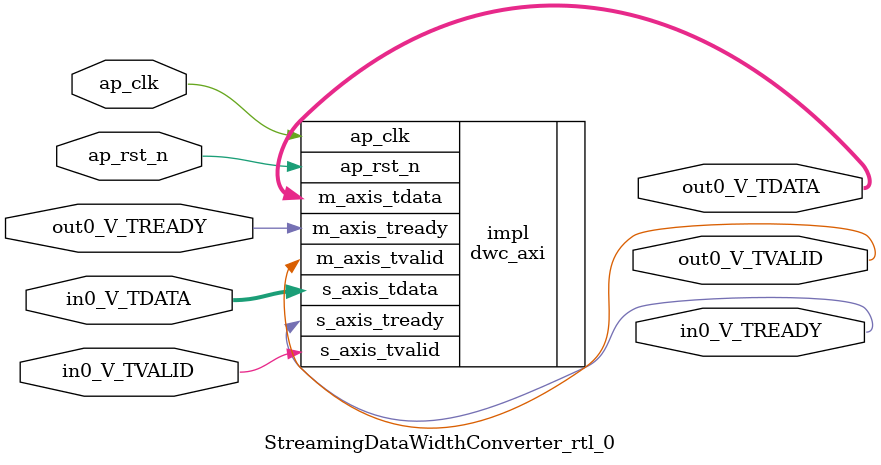
<source format=v>
/******************************************************************************
 * Copyright (C) 2023, Advanced Micro Devices, Inc.
 * All rights reserved.
 *
 * Redistribution and use in source and binary forms, with or without
 * modification, are permitted provided that the following conditions are met:
 *
 *  1. Redistributions of source code must retain the above copyright notice,
 *     this list of conditions and the following disclaimer.
 *
 *  2. Redistributions in binary form must reproduce the above copyright
 *     notice, this list of conditions and the following disclaimer in the
 *     documentation and/or other materials provided with the distribution.
 *
 *  3. Neither the name of the copyright holder nor the names of its
 *     contributors may be used to endorse or promote products derived from
 *     this software without specific prior written permission.
 *
 * THIS SOFTWARE IS PROVIDED BY THE COPYRIGHT HOLDERS AND CONTRIBUTORS "AS IS"
 * AND ANY EXPRESS OR IMPLIED WARRANTIES, INCLUDING, BUT NOT LIMITED TO,
 * THE IMPLIED WARRANTIES OF MERCHANTABILITY AND FITNESS FOR A PARTICULAR
 * PURPOSE ARE DISCLAIMED. IN NO EVENT SHALL THE COPYRIGHT HOLDER OR
 * CONTRIBUTORS BE LIABLE FOR ANY DIRECT, INDIRECT, INCIDENTAL, SPECIAL,
 * EXEMPLARY, OR CONSEQUENTIAL DAMAGES (INCLUDING, BUT NOT LIMITED TO,
 * PROCUREMENT OF SUBSTITUTE GOODS OR SERVICES; LOSS OF USE, DATA, OR PROFITS;
 * OR BUSINESS INTERRUPTION). HOWEVER CAUSED AND ON ANY THEORY OF LIABILITY,
 * WHETHER IN CONTRACT, STRICT LIABILITY, OR TORT (INCLUDING NEGLIGENCE OR
 * OTHERWISE) ARISING IN ANY WAY OUT OF THE USE OF THIS SOFTWARE, EVEN IF
 * ADVISED OF THE POSSIBILITY OF SUCH DAMAGE.
 *****************************************************************************/

module StreamingDataWidthConverter_rtl_0 #(
	parameter  IBITS = 32,
	parameter  OBITS = 128,

	parameter  AXI_IBITS = (IBITS+7)/8 * 8,
	parameter  AXI_OBITS = (OBITS+7)/8 * 8
)(
	//- Global Control ------------------
	(* X_INTERFACE_INFO = "xilinx.com:signal:clock:1.0 ap_clk CLK" *)
	(* X_INTERFACE_PARAMETER = "ASSOCIATED_BUSIF in0_V:out0_V, ASSOCIATED_RESET ap_rst_n" *)
	input	ap_clk,
	(* X_INTERFACE_PARAMETER = "POLARITY ACTIVE_LOW" *)
	input	ap_rst_n,

	//- AXI Stream - Input --------------
	output	in0_V_TREADY,
	input	in0_V_TVALID,
	input	[AXI_IBITS-1:0]  in0_V_TDATA,

	//- AXI Stream - Output -------------
	input	out0_V_TREADY,
	output	out0_V_TVALID,
	output	[AXI_OBITS-1:0]  out0_V_TDATA
);

	dwc_axi #(
		.IBITS(IBITS),
		.OBITS(OBITS)
	) impl (
		.ap_clk(ap_clk),
		.ap_rst_n(ap_rst_n),
		.s_axis_tready(in0_V_TREADY),
		.s_axis_tvalid(in0_V_TVALID),
		.s_axis_tdata(in0_V_TDATA),
		.m_axis_tready(out0_V_TREADY),
		.m_axis_tvalid(out0_V_TVALID),
		.m_axis_tdata(out0_V_TDATA)
	);

endmodule

</source>
